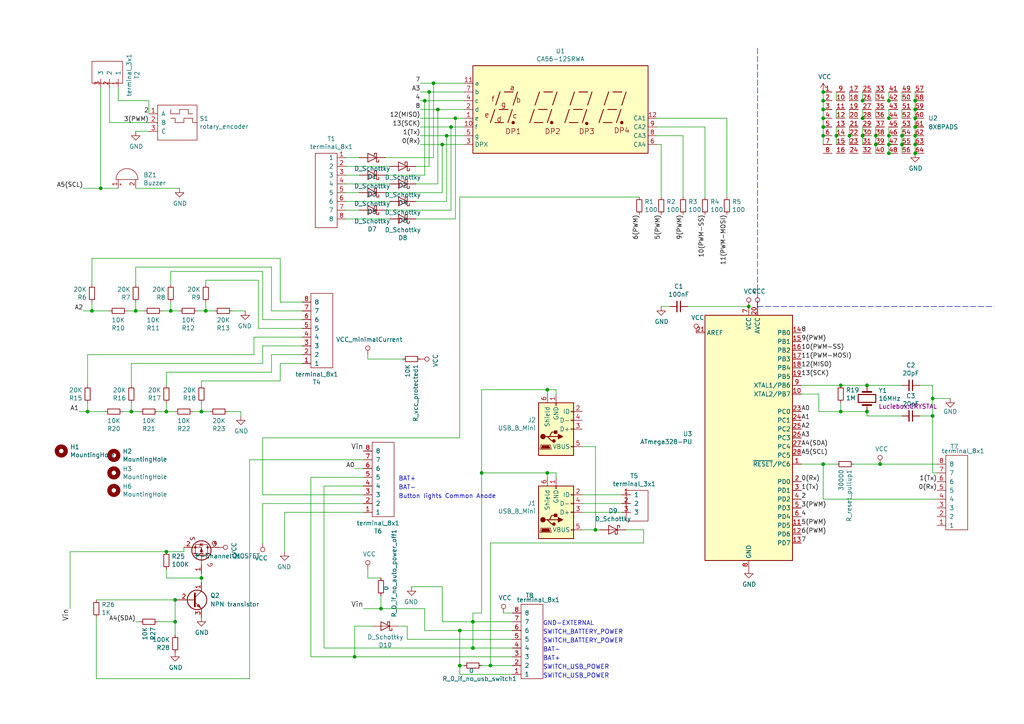
<source format=kicad_sch>
(kicad_sch (version 20211123) (generator eeschema)
  (paper "A4")
  (junction (at 255.27 134.62))
  (junction (at 133.35 193.04))
  (junction (at 238.76 34.29))
  (junction (at 250.19 34.29))
  (junction (at 128.27 41.91))
  (junction (at 246.38 39.37))
  (junction (at 39.37 90.17))
  (junction (at 265.43 31.75))
  (junction (at 265.43 36.83))
  (junction (at 270.51 115.57))
  (junction (at 124.46 26.67))
  (junction (at 158.75 113.03))
  (junction (at 29.21 54.61))
  (junction (at 25.4 119.38))
  (junction (at 254 41.91))
  (junction (at 38.1 119.38))
  (junction (at 133.35 182.88))
  (junction (at 102.87 190.5))
  (junction (at 238.76 26.67))
  (junction (at 50.8 180.34))
  (junction (at 58.42 167.64))
  (junction (at 125.73 24.13))
  (junction (at 265.43 34.29))
  (junction (at 127 31.75))
  (junction (at 59.69 90.17))
  (junction (at 265.43 39.37))
  (junction (at 257.81 39.37))
  (junction (at 257.81 29.21))
  (junction (at 257.81 44.45))
  (junction (at 250.19 29.21))
  (junction (at 139.7 137.16))
  (junction (at 250.19 39.37))
  (junction (at 49.53 90.17))
  (junction (at 137.16 180.34))
  (junction (at 270.51 120.65))
  (junction (at 238.76 134.62))
  (junction (at 123.19 29.21))
  (junction (at 251.46 111.76))
  (junction (at 265.43 29.21))
  (junction (at 217.17 88.9))
  (junction (at 265.43 41.91))
  (junction (at 110.49 176.53))
  (junction (at 142.24 193.04))
  (junction (at 261.62 39.37))
  (junction (at 243.84 119.38))
  (junction (at 50.8 173.99))
  (junction (at 238.76 36.83))
  (junction (at 242.57 39.37))
  (junction (at 257.81 41.91))
  (junction (at 254 39.37))
  (junction (at 58.42 119.38))
  (junction (at 243.84 111.76))
  (junction (at 48.26 119.38))
  (junction (at 257.81 34.29))
  (junction (at 129.54 39.37))
  (junction (at 26.67 90.17))
  (junction (at 132.08 34.29))
  (junction (at 251.46 119.38))
  (junction (at 265.43 44.45))
  (junction (at 261.62 41.91))
  (junction (at 130.81 36.83))
  (junction (at 238.76 31.75))
  (junction (at 48.26 160.02))
  (junction (at 172.72 153.67))
  (junction (at 158.75 137.16))
  (junction (at 238.76 29.21))
  (junction (at 137.16 187.96))
  (junction (at 238.76 39.37))
  (wire (pts (xy 257.81 31.75) (xy 257.81 34.29)))
  (wire (pts (xy 130.81 60.96) (xy 130.81 36.83)))
  (wire (pts (xy 123.19 29.21) (xy 134.62 29.21)))
  (wire (pts (xy 186.69 153.67) (xy 186.69 157.48)))
  (wire (pts (xy 237.49 119.38) (xy 243.84 119.38)))
  (wire (pts (xy 133.35 195.58) (xy 133.35 193.04)))
  (wire (pts (xy 26.67 74.93) (xy 26.67 82.55)))
  (wire (pts (xy 48.26 160.02) (xy 53.34 160.02)))
  (wire (pts (xy 125.73 24.13) (xy 134.62 24.13)))
  (wire (pts (xy 76.2 146.05) (xy 105.41 146.05)))
  (wire (pts (xy 238.76 34.29) (xy 238.76 36.83)))
  (wire (pts (xy 102.87 190.5) (xy 102.87 181.61)))
  (wire (pts (xy 158.75 137.16) (xy 158.75 138.43)))
  (wire (pts (xy 24.13 54.61) (xy 29.21 54.61)))
  (wire (pts (xy 132.08 63.5) (xy 132.08 34.29)))
  (wire (pts (xy 168.91 153.67) (xy 172.72 153.67)))
  (wire (pts (xy 265.43 41.91) (xy 265.43 44.45)))
  (wire (pts (xy 168.91 129.54) (xy 172.72 129.54)))
  (wire (pts (xy 110.49 176.53) (xy 123.19 176.53)))
  (wire (pts (xy 119.38 170.18) (xy 128.27 170.18)))
  (wire (pts (xy 87.63 100.33) (xy 76.2 100.33)))
  (wire (pts (xy 237.49 114.3) (xy 232.41 114.3)))
  (wire (pts (xy 242.57 134.62) (xy 238.76 134.62)))
  (wire (pts (xy 137.16 187.96) (xy 148.59 187.96)))
  (wire (pts (xy 50.8 173.99) (xy 50.8 180.34)))
  (wire (pts (xy 58.42 167.64) (xy 58.42 168.91)))
  (wire (pts (xy 93.98 187.96) (xy 93.98 140.97)))
  (wire (pts (xy 62.23 90.17) (xy 59.69 90.17)))
  (wire (pts (xy 82.55 148.59) (xy 82.55 160.02)))
  (wire (pts (xy 134.62 193.04) (xy 133.35 193.04)))
  (wire (pts (xy 69.85 119.38) (xy 69.85 120.65)))
  (wire (pts (xy 45.72 180.34) (xy 50.8 180.34)))
  (wire (pts (xy 102.87 181.61) (xy 107.95 181.61)))
  (wire (pts (xy 128.27 55.88) (xy 128.27 41.91)))
  (wire (pts (xy 127 53.34) (xy 120.65 53.34)))
  (wire (pts (xy 246.38 39.37) (xy 246.38 41.91)))
  (wire (pts (xy 100.33 48.26) (xy 113.03 48.26)))
  (wire (pts (xy 190.5 39.37) (xy 198.12 39.37)))
  (wire (pts (xy 161.29 113.03) (xy 161.29 114.3)))
  (wire (pts (xy 265.43 39.37) (xy 265.43 41.91)))
  (wire (pts (xy 25.4 119.38) (xy 25.4 116.84)))
  (wire (pts (xy 48.26 107.95) (xy 48.26 111.76)))
  (wire (pts (xy 270.51 111.76) (xy 270.51 115.57)))
  (wire (pts (xy 24.13 90.17) (xy 26.67 90.17)))
  (wire (pts (xy 254 41.91) (xy 254 44.45)))
  (wire (pts (xy 270.51 137.16) (xy 271.78 137.16)))
  (wire (pts (xy 190.5 41.91) (xy 191.77 41.91)))
  (wire (pts (xy 199.39 88.9) (xy 217.17 88.9)))
  (wire (pts (xy 254 26.67) (xy 254 29.21)))
  (wire (pts (xy 49.53 78.74) (xy 49.53 82.55)))
  (wire (pts (xy 250.19 34.29) (xy 250.19 34.3193)))
  (wire (pts (xy 137.16 180.34) (xy 137.16 177.8)))
  (wire (pts (xy 265.43 29.21) (xy 265.43 31.75)))
  (wire (pts (xy 243.84 116.84) (xy 243.84 119.38)))
  (wire (pts (xy 36.83 90.17) (xy 39.37 90.17)))
  (wire (pts (xy 76.2 143.51) (xy 105.41 143.51)))
  (wire (pts (xy 110.49 167.64) (xy 106.68 167.64)))
  (wire (pts (xy 87.63 87.63) (xy 81.28 87.63)))
  (wire (pts (xy 40.64 119.38) (xy 38.1 119.38)))
  (wire (pts (xy 242.57 26.67) (xy 242.57 29.21)))
  (wire (pts (xy 257.81 29.21) (xy 257.81 29.357)))
  (wire (pts (xy 105.41 176.53) (xy 110.49 176.53)))
  (wire (pts (xy 271.78 144.78) (xy 238.76 144.78)))
  (wire (pts (xy 78.74 90.17) (xy 87.63 90.17)))
  (wire (pts (xy 100.33 50.8) (xy 104.14 50.8)))
  (wire (pts (xy 261.62 39.37) (xy 261.62 41.91)))
  (wire (pts (xy 127 31.75) (xy 127 53.34)))
  (wire (pts (xy 148.59 180.34) (xy 137.16 180.34)))
  (wire (pts (xy 39.37 77.47) (xy 78.74 77.47)))
  (wire (pts (xy 168.91 143.51) (xy 180.34 143.51)))
  (wire (pts (xy 270.51 120.65) (xy 270.51 137.16)))
  (wire (pts (xy 58.42 110.49) (xy 58.42 111.76)))
  (wire (pts (xy 242.57 31.75) (xy 242.57 34.29)))
  (wire (pts (xy 74.93 81.28) (xy 59.69 81.28)))
  (wire (pts (xy 35.56 119.38) (xy 38.1 119.38)))
  (wire (pts (xy 118.11 181.61) (xy 118.11 185.42)))
  (wire (pts (xy 242.57 36.83) (xy 242.57 39.37)))
  (wire (pts (xy 242.57 39.37) (xy 242.57 41.91)))
  (wire (pts (xy 210.82 34.29) (xy 210.82 57.15)))
  (wire (pts (xy 78.74 77.47) (xy 78.74 90.17)))
  (wire (pts (xy 59.69 81.28) (xy 59.69 82.55)))
  (wire (pts (xy 50.8 180.34) (xy 50.8 184.15)))
  (wire (pts (xy 73.66 97.79) (xy 73.66 102.87)))
  (wire (pts (xy 31.75 90.17) (xy 26.67 90.17)))
  (wire (pts (xy 90.17 138.43) (xy 90.17 190.5)))
  (wire (pts (xy 81.28 87.63) (xy 81.28 74.93)))
  (wire (pts (xy 30.48 119.38) (xy 25.4 119.38)))
  (wire (pts (xy 158.75 113.03) (xy 161.29 113.03)))
  (wire (pts (xy 102.87 135.89) (xy 105.41 135.89)))
  (wire (pts (xy 120.65 63.5) (xy 132.08 63.5)))
  (wire (pts (xy 52.07 90.17) (xy 49.53 90.17)))
  (wire (pts (xy 172.72 153.67) (xy 173.99 153.67)))
  (wire (pts (xy 93.98 187.96) (xy 137.16 187.96)))
  (wire (pts (xy 90.17 138.43) (xy 105.41 138.43)))
  (wire (pts (xy 48.26 119.38) (xy 48.26 116.84)))
  (wire (pts (xy 25.4 102.87) (xy 25.4 111.76)))
  (wire (pts (xy 251.46 120.65) (xy 251.46 119.38)))
  (wire (pts (xy 72.39 196.85) (xy 27.94 196.85)))
  (wire (pts (xy 148.59 195.58) (xy 133.35 195.58)))
  (wire (pts (xy 186.69 153.67) (xy 181.61 153.67)))
  (wire (pts (xy 93.98 140.97) (xy 105.41 140.97)))
  (wire (pts (xy 100.33 53.34) (xy 113.03 53.34)))
  (wire (pts (xy 142.24 193.04) (xy 148.59 193.04)))
  (wire (pts (xy 139.7 193.04) (xy 142.24 193.04)))
  (wire (pts (xy 110.49 172.72) (xy 110.49 176.53)))
  (wire (pts (xy 38.1 105.41) (xy 38.1 111.76)))
  (wire (pts (xy 254 36.83) (xy 254 39.37)))
  (wire (pts (xy 261.62 120.65) (xy 251.46 120.65)))
  (wire (pts (xy 270.51 120.65) (xy 266.7 120.65)))
  (wire (pts (xy 261.62 36.83) (xy 261.62 39.37)))
  (wire (pts (xy 137.16 180.34) (xy 137.16 187.96)))
  (wire (pts (xy 257.81 34.29) (xy 257.81 34.437)))
  (wire (pts (xy 261.62 41.91) (xy 261.62 44.45)))
  (wire (pts (xy 251.46 119.38) (xy 243.84 119.38)))
  (wire (pts (xy 90.17 190.5) (xy 102.87 190.5)))
  (wire (pts (xy 133.35 182.88) (xy 148.59 182.88)))
  (wire (pts (xy 190.5 36.83) (xy 204.47 36.83)))
  (wire (pts (xy 238.76 39.37) (xy 238.76 41.91)))
  (wire (pts (xy 257.81 26.67) (xy 257.81 29.21)))
  (wire (pts (xy 87.63 102.87) (xy 78.74 102.87)))
  (wire (pts (xy 50.8 119.38) (xy 48.26 119.38)))
  (wire (pts (xy 121.92 29.21) (xy 123.19 29.21)))
  (wire (pts (xy 168.91 148.59) (xy 180.34 148.59)))
  (wire (pts (xy 66.04 119.38) (xy 69.85 119.38)))
  (wire (pts (xy 261.62 31.75) (xy 261.62 34.29)))
  (wire (pts (xy 190.5 34.29) (xy 210.82 34.29)))
  (wire (pts (xy 238.76 144.78) (xy 238.76 134.62)))
  (wire (pts (xy 250.19 44.45) (xy 250.19 44.4793)))
  (wire (pts (xy 120.65 58.42) (xy 129.54 58.42)))
  (wire (pts (xy 250.19 26.67) (xy 250.19 29.21)))
  (wire (pts (xy 125.73 24.13) (xy 125.73 45.72)))
  (wire (pts (xy 49.53 90.17) (xy 49.53 87.63)))
  (wire (pts (xy 270.51 115.57) (xy 270.51 120.65)))
  (wire (pts (xy 161.29 137.16) (xy 161.29 138.43)))
  (wire (pts (xy 20.32 160.02) (xy 20.32 176.53)))
  (wire (pts (xy 265.43 26.67) (xy 265.43 29.21)))
  (wire (pts (xy 251.46 111.76) (xy 261.62 111.76)))
  (wire (pts (xy 100.33 60.96) (xy 104.14 60.96)))
  (wire (pts (xy 238.76 29.21) (xy 238.76 31.75)))
  (wire (pts (xy 106.68 104.14) (xy 106.68 102.87)))
  (wire (pts (xy 132.08 34.29) (xy 134.62 34.29)))
  (wire (pts (xy 22.86 119.38) (xy 25.4 119.38)))
  (wire (pts (xy 60.96 119.38) (xy 58.42 119.38)))
  (wire (pts (xy 57.15 90.17) (xy 59.69 90.17)))
  (wire (pts (xy 257.81 39.37) (xy 257.81 41.91)))
  (wire (pts (xy 127 31.75) (xy 134.62 31.75)))
  (wire (pts (xy 265.43 34.29) (xy 265.43 36.83)))
  (wire (pts (xy 38.1 119.38) (xy 38.1 116.84)))
  (wire (pts (xy 27.94 173.99) (xy 50.8 173.99)))
  (wire (pts (xy 76.2 146.05) (xy 76.2 157.48)))
  (wire (pts (xy 123.19 29.21) (xy 123.19 50.8)))
  (wire (pts (xy 130.81 36.83) (xy 134.62 36.83)))
  (wire (pts (xy 48.26 160.02) (xy 20.32 160.02)))
  (wire (pts (xy 257.81 44.45) (xy 257.81 44.597)))
  (wire (pts (xy 53.34 158.75) (xy 53.34 160.02)))
  (wire (pts (xy 48.26 165.1) (xy 48.26 167.64)))
  (wire (pts (xy 29.21 54.61) (xy 34.29 54.61)))
  (wire (pts (xy 123.19 50.8) (xy 111.76 50.8)))
  (wire (pts (xy 76.2 78.74) (xy 49.53 78.74)))
  (wire (pts (xy 257.81 41.91) (xy 257.81 44.45)))
  (wire (pts (xy 250.19 39.37) (xy 250.19 41.91)))
  (wire (pts (xy 246.38 36.83) (xy 246.38 39.37)))
  (wire (pts (xy 246.38 31.75) (xy 246.38 34.29)))
  (wire (pts (xy 250.19 36.83) (xy 250.19 39.37)))
  (wire (pts (xy 243.84 111.76) (xy 251.46 111.76)))
  (wire (pts (xy 254 39.37) (xy 254 41.91)))
  (wire (pts (xy 78.74 107.95) (xy 48.26 107.95)))
  (wire (pts (xy 124.46 48.26) (xy 120.65 48.26)))
  (wire (pts (xy 142.24 157.48) (xy 142.24 193.04)))
  (wire (pts (xy 250.19 31.75) (xy 250.19 34.29)))
  (wire (pts (xy 247.65 134.62) (xy 255.27 134.62)))
  (wire (pts (xy 43.18 35.56) (xy 31.75 35.56)))
  (wire (pts (xy 123.19 176.53) (xy 123.19 182.88)))
  (wire (pts (xy 238.76 31.75) (xy 238.76 34.29)))
  (wire (pts (xy 111.76 60.96) (xy 130.81 60.96)))
  (wire (pts (xy 100.33 58.42) (xy 113.03 58.42)))
  (wire (pts (xy 74.93 95.25) (xy 74.93 81.28)))
  (wire (pts (xy 105.41 133.35) (xy 72.39 133.35)))
  (wire (pts (xy 115.57 181.61) (xy 118.11 181.61)))
  (wire (pts (xy 26.67 90.17) (xy 26.67 87.63)))
  (wire (pts (xy 39.37 180.34) (xy 40.64 180.34)))
  (wire (pts (xy 121.92 24.13) (xy 125.73 24.13)))
  (wire (pts (xy 121.92 34.29) (xy 132.08 34.29)))
  (polyline (pts (xy 219.71 13.97) (xy 219.71 88.9)))
  (wire (pts (xy 133.35 57.15) (xy 133.35 127)))
  (wire (pts (xy 81.28 74.93) (xy 26.67 74.93)))
  (wire (pts (xy 87.63 95.25) (xy 74.93 95.25)))
  (wire (pts (xy 76.2 105.41) (xy 38.1 105.41)))
  (wire (pts (xy 39.37 90.17) (xy 39.37 87.63)))
  (wire (pts (xy 87.63 92.71) (xy 76.2 92.71)))
  (wire (pts (xy 250.19 29.21) (xy 250.19 29.2393)))
  (wire (pts (xy 31.75 25.4) (xy 31.75 35.56)))
  (wire (pts (xy 100.33 63.5) (xy 113.03 63.5)))
  (wire (pts (xy 137.16 177.8) (xy 139.7 177.8)))
  (wire (pts (xy 133.35 193.04) (xy 133.35 182.88)))
  (wire (pts (xy 27.94 179.07) (xy 27.94 196.85)))
  (wire (pts (xy 133.35 127) (xy 76.2 127)))
  (wire (pts (xy 124.46 26.67) (xy 134.62 26.67)))
  (wire (pts (xy 121.92 41.91) (xy 128.27 41.91)))
  (wire (pts (xy 238.76 134.62) (xy 232.41 134.62)))
  (wire (pts (xy 191.77 41.91) (xy 191.77 57.15)))
  (wire (pts (xy 158.75 137.16) (xy 161.29 137.16)))
  (wire (pts (xy 87.63 97.79) (xy 73.66 97.79)))
  (wire (pts (xy 72.39 133.35) (xy 72.39 196.85)))
  (wire (pts (xy 139.7 137.16) (xy 139.7 177.8)))
  (wire (pts (xy 139.7 137.16) (xy 158.75 137.16)))
  (wire (pts (xy 146.05 177.8) (xy 148.59 177.8)))
  (wire (pts (xy 121.92 31.75) (xy 127 31.75)))
  (wire (pts (xy 125.73 45.72) (xy 111.76 45.72)))
  (wire (pts (xy 29.21 25.4) (xy 29.21 54.61)))
  (wire (pts (xy 266.7 111.76) (xy 270.51 111.76)))
  (wire (pts (xy 34.29 29.21) (xy 34.29 25.4)))
  (wire (pts (xy 237.49 119.38) (xy 237.49 114.3)))
  (wire (pts (xy 128.27 170.18) (xy 128.27 180.34)))
  (wire (pts (xy 81.28 105.41) (xy 81.28 110.49)))
  (wire (pts (xy 261.62 26.67) (xy 261.62 29.21)))
  (wire (pts (xy 76.2 92.71) (xy 76.2 78.74)))
  (wire (pts (xy 100.33 55.88) (xy 104.14 55.88)))
  (wire (pts (xy 67.31 90.17) (xy 71.12 90.17)))
  (wire (pts (xy 121.92 36.83) (xy 130.81 36.83)))
  (wire (pts (xy 158.75 113.03) (xy 158.75 114.3)))
  (wire (pts (xy 265.43 31.75) (xy 265.43 34.29)))
  (wire (pts (xy 232.41 111.76) (xy 243.84 111.76)))
  (wire (pts (xy 59.69 90.17) (xy 59.69 87.63)))
  (wire (pts (xy 43.18 33.02) (xy 43.18 29.21)))
  (wire (pts (xy 106.68 167.64) (xy 106.68 165.1)))
  (wire (pts (xy 78.74 102.87) (xy 78.74 107.95)))
  (wire (pts (xy 139.7 113.03) (xy 139.7 137.16)))
  (wire (pts (xy 111.76 55.88) (xy 128.27 55.88)))
  (wire (pts (xy 55.88 119.38) (xy 58.42 119.38)))
  (wire (pts (xy 128.27 180.34) (xy 137.16 180.34)))
  (wire (pts (xy 204.47 36.83) (xy 204.47 57.15)))
  (wire (pts (xy 265.43 36.83) (xy 265.43 39.37)))
  (wire (pts (xy 39.37 54.61) (xy 52.07 54.61)))
  (wire (pts (xy 82.55 148.59) (xy 105.41 148.59)))
  (wire (pts (xy 254 31.75) (xy 254 34.29)))
  (wire (pts (xy 121.92 26.67) (xy 124.46 26.67)))
  (wire (pts (xy 246.38 26.67) (xy 246.38 29.21)))
  (wire (pts (xy 121.92 39.37) (xy 129.54 39.37)))
  (wire (pts (xy 39.37 38.1) (xy 43.18 38.1)))
  (polyline (pts (xy 219.71 88.9) (xy 288.29 88.9)))
  (wire (pts (xy 39.37 82.55) (xy 39.37 77.47)))
  (wire (pts (xy 238.76 36.83) (xy 238.76 39.37)))
  (wire (pts (xy 41.91 90.17) (xy 39.37 90.17)))
  (wire (pts (xy 45.72 119.38) (xy 48.26 119.38)))
  (wire (pts (xy 116.84 104.14) (xy 106.68 104.14)))
  (wire (pts (xy 43.18 29.21) (xy 34.29 29.21)))
  (wire (pts (xy 100.33 45.72) (xy 104.14 45.72)))
  (wire (pts (xy 76.2 100.33) (xy 76.2 105.41)))
  (wire (pts (xy 124.46 26.67) (xy 124.46 48.26)))
  (wire (pts (xy 142.24 157.48) (xy 186.69 157.48)))
  (wire (pts (xy 46.99 90.17) (xy 49.53 90.17)))
  (wire (pts (xy 129.54 39.37) (xy 134.62 39.37)))
  (wire (pts (xy 123.19 182.88) (xy 133.35 182.88)))
  (wire (pts (xy 191.77 88.9) (xy 194.31 88.9)))
  (wire (pts (xy 198.12 39.37) (xy 198.12 57.15)))
  (wire (pts (xy 133.35 57.15) (xy 185.42 57.15)))
  (wire (pts (xy 129.54 58.42) (xy 129.54 39.37)))
  (wire (pts (xy 48.26 167.64) (xy 58.42 167.64)))
  (wire (pts (xy 275.59 115.57) (xy 270.51 115.57)))
  (wire (pts (xy 58.42 119.38) (xy 58.42 116.84)))
  (wire (pts (xy 87.63 105.41) (xy 81.28 105.41)))
  (wire (pts (xy 238.76 26.67) (xy 238.76 29.21)))
  (wire (pts (xy 118.11 185.42) (xy 148.59 185.42)))
  (wire (pts (xy 257.81 36.83) (xy 257.81 39.37)))
  (wire (pts (xy 81.28 110.49) (xy 58.42 110.49)))
  (wire (pts (xy 58.42 166.37) (xy 58.42 167.64)))
  (wire (pts (xy 73.66 102.87) (xy 25.4 102.87)))
  (wire (pts (xy 76.2 127) (xy 76.2 143.51)))
  (wire (pts (xy 128.27 41.91) (xy 134.62 41.91)))
  (wire (pts (xy 168.91 146.05) (xy 180.34 146.05)))
  (wire (pts (xy 102.87 190.5) (xy 148.59 190.5)))
  (wire (pts (xy 271.78 134.62) (xy 255.27 134.62)))
  (wire (pts (xy 172.72 129.54) (xy 172.72 153.67)))
  (wire (pts (xy 139.7 113.03) (xy 158.75 113.03)))
  (text "GND-EXTERNAL" (at 157.48 181.61 0) (effects (font (size 1.27 1.27)) (justify left bottom)))
  (text "BAT-" (at 157.48 189.23 0) (effects (font (size 1.27 1.27)) (justify left bottom)))
  (text "BAT+" (at 157.48 191.77 0) (effects (font (size 1.27 1.27)) (justify left bottom)))
  (text "SWITCH_BATTERY_POWER" (at 157.48 184.15 0) (effects (font (size 1.27 1.27)) (justify left bottom)))
  (text "SWITCH_USB_POWER" (at 157.48 194.31 0) (effects (font (size 1.27 1.27)) (justify left bottom)))
  (text "BAT-" (at 115.57 142.24 0) (effects (font (size 1.27 1.27)) (justify left bottom)))
  (text "SWITCH_BATTERY_POWER" (at 157.48 186.69 0) (effects (font (size 1.27 1.27)) (justify left bottom)))
  (text "SWITCH_USB_POWER" (at 157.48 196.85 0) (effects (font (size 1.27 1.27)) (justify left bottom)))
  (text "BAT+" (at 115.57 139.7 0) (effects (font (size 1.27 1.27)) (justify left bottom)))
  (text "Button lights Common Anode" (at 115.57 144.78 0) (effects (font (size 1.27 1.27)) (justify left bottom)))
  (label "0(Rx)" (at 232.41 139.7 0))
  (label "A5(SCL)" (at 232.41 132.08 0))
  (label "11(PWM-MOSI)" (at 210.82 62.23 270))
  (label "11(PWM-MOSI)" (at 232.41 104.14 0))
  (label "1(Tx)" (at 121.92 39.37 180))
  (label "10(PWM-SS)" (at 232.41 101.6 0))
  (label "A0" (at 232.41 119.38 0))
  (label "3(PWM)" (at 232.41 147.32 0))
  (label "2" (at 232.41 144.78 0))
  (label "6(PWM)" (at 232.41 154.94 0))
  (label "1(Tx)" (at 232.41 142.24 0))
  (label "12(MISO)" (at 232.41 106.68 0))
  (label "A2" (at 24.13 90.17 180))
  (label "8" (at 232.41 96.52 0))
  (label "0(Rx)" (at 121.92 41.91 180))
  (label "4" (at 121.92 29.21 180))
  (label "A0" (at 102.87 135.89 180))
  (label "9(PWM)" (at 232.41 99.06 0))
  (label "A1" (at 22.86 119.38 180))
  (label "5(PWM)" (at 191.77 62.23 270))
  (label "5(PWM)" (at 232.41 152.4 0))
  (label "Vin" (at 20.32 176.53 270) (effects (font (size 1.524 1.524))))
  (label "A5(SCL)" (at 24.13 54.61 180))
  (label "2" (at 43.18 33.02 180))
  (label "A1" (at 232.41 121.92 0))
  (label "8" (at 121.92 31.75 180))
  (label "A4(SDA)" (at 39.37 180.34 180))
  (label "Vin" (at 105.41 176.53 180) (effects (font (size 1.524 1.524))))
  (label "A4(SDA)" (at 232.41 129.54 0))
  (label "A2" (at 232.41 124.46 0))
  (label "7" (at 121.92 24.13 180))
  (label "1(Tx)" (at 271.78 139.7 180))
  (label "Vin" (at 105.41 130.81 180) (effects (font (size 1.524 1.524))))
  (label "13(SCK)" (at 121.92 36.83 180))
  (label "9(PWM)" (at 198.12 62.23 270))
  (label "7" (at 232.41 157.48 0))
  (label "A3" (at 121.92 26.67 180))
  (label "13(SCK)" (at 232.41 109.22 0))
  (label "3(PWM)" (at 43.18 35.56 180))
  (label "A3" (at 232.41 127 0))
  (label "12(MISO)" (at 121.92 34.29 180))
  (label "0(Rx)" (at 271.78 142.24 180))
  (label "4" (at 232.41 149.86 0))
  (label "10(PWM-SS)" (at 204.47 62.23 270))
  (label "6(PWM)" (at 185.42 62.23 270))
  (symbol (lib_id "Luciebox_components:R_Small-Device") (at 245.11 134.62 270) (unit 1)
    (property "Reference" "R_reset_pullup1" (at 246.2784 136.1186 0) (effects (justify left)))
    (property "Value" "30000" (at 243.967 136.1186 0) (effects (justify left)))
    (property "Footprint" "Luciebox:0603_1608Metric" (effects hide))
  )
  (symbol (lib_id "Luciebox_components:R_Small-Device") (at 191.77 59.69 0) (unit 1)
    (property "Reference" "R2" (at 193.2686 58.5216 0) (effects (justify left)))
    (property "Value" "100" (at 193.2686 60.833 0) (effects (justify left)))
    (property "Footprint" "Luciebox:0603_1608Metric" (effects hide))
  )
  (symbol (lib_id "Luciebox_components:D_Schottky") (at 116.84 63.5 180) (unit 1)
    (property "Reference" "D8" (at 116.84 68.9864 0))
    (property "Value" "D_Schottky" (at 116.84 66.675 0))
    (property "Footprint" "Luciebox:D_SMA" (effects hide))
  )
  (symbol (lib_id "Luciebox_components:R_Small-Device") (at 27.94 176.53 0) (unit 1)
    (property "Reference" "R26" (at 29.4386 175.3616 0) (effects (justify left)))
    (property "Value" "1K" (at 29.4386 177.673 0) (effects (justify left)))
    (property "Footprint" "Luciebox:0603_1608Metric" (effects hide))
  )
  (symbol (lib_id "Luciebox_components:VCC-power") (at 219.71 88.9 0) (unit 1)
    (property "Reference" "#PWR09" (effects hide))
    (property "Value" "VCC" (at 220.1418 84.5058 0))
  )
  (symbol (lib_id "Luciebox_components:R_Small-Device") (at 204.47 59.69 0) (unit 1)
    (property "Reference" "R4" (at 205.9686 58.5216 0) (effects (justify left)))
    (property "Value" "100" (at 205.9686 60.833 0) (effects (justify left)))
    (property "Footprint" "Luciebox:0603_1608Metric" (effects hide))
  )
  (symbol (lib_id "Luciebox_components:MountingHole") (at 33.02 132.08 0) (unit 1)
    (property "Reference" "H2" (at 35.56 130.9116 0) (effects (justify left)))
    (property "Value" "MountingHole" (at 35.56 133.223 0) (effects (justify left)))
    (property "Footprint" "Luciebox:MountingHole_4.3mm_M4" (effects hide))
  )
  (symbol (lib_id "Luciebox_components:C_Small-Device") (at 264.16 120.65 270) (unit 1)
    (property "Reference" "C3" (at 264.16 114.8334 90))
    (property "Value" "20pF" (at 264.16 117.1448 90))
    (property "Footprint" "Luciebox:0603_1608Metric" (effects hide))
  )
  (symbol (lib_id "Luciebox_components:terminal_3x1") (at 34.29 24.13 90) (unit 1)
    (property "Reference" "T2" (at 39.751 21.7932 0))
    (property "Value" "terminal_3x1" (at 37.4396 21.7932 0))
    (property "Footprint" "Luciebox:Terminal_3x1_100mil" (effects hide))
  )
  (symbol (lib_id "Luciebox_components:VCC-power") (at 146.05 177.8 0) (unit 1)
    (property "Reference" "#PWR024" (effects hide))
    (property "Value" "VCC" (at 146.4818 173.4058 0))
  )
  (symbol (lib_id "Luciebox_components:NPN transistor") (at 55.88 173.99 0) (unit 1)
    (property "Reference" "Q2" (at 60.96 172.7199 0) (effects (justify left)))
    (property "Value" "NPN transistor" (at 60.96 175.2599 0) (effects (justify left)))
    (property "Footprint" "Luciebox:SOT-23" (effects hide))
  )
  (symbol (lib_id "Luciebox_components:VCC-power") (at 255.27 134.62 0) (unit 1)
    (property "Reference" "#PWR017" (effects hide))
    (property "Value" "VCC" (at 255.7018 130.2258 0))
  )
  (symbol (lib_id "Luciebox_components:USB_B_Mini") (at 161.29 124.46 0) (mirror x) (unit 1)
    (property "Reference" "J2" (at 155.448 121.8438 0) (effects (justify right)))
    (property "Value" "USB_B_Mini" (at 155.448 124.1552 0) (effects (justify right)))
    (property "Footprint" "Luciebox:usb_mini_Molex-0548190519" (effects hide))
  )
  (symbol (lib_id "Luciebox_components:terminal_8x1") (at 88.9 105.41 0) (unit 1)
    (property "Reference" "T4" (at 91.8718 110.871 0))
    (property "Value" "terminal_8x1" (at 91.8718 108.5596 0))
    (property "Footprint" "Luciebox:Terminal_8x1_100mil" (effects hide))
  )
  (symbol (lib_id "Luciebox_components:GND-power") (at 39.37 38.1 0) (unit 1)
    (property "Reference" "#PWR03" (effects hide))
    (property "Value" "GND" (at 39.497 42.4942 0))
  )
  (symbol (lib_id "Luciebox_components:R_Small-Device") (at 137.16 193.04 270) (unit 1)
    (property "Reference" "R_0_if_no_usb_switch1" (at 128.27 196.85 90) (effects (justify left)))
    (property "Value" "0" (at 136.017 194.5386 90) (effects (justify left)))
    (property "Footprint" "Luciebox:0603_1608Metric" (effects hide))
  )
  (symbol (lib_id "Luciebox_components:4digit_7segments_common_anode_CA56-12SRWA") (at 162.56 31.75 0) (unit 1)
    (property "Reference" "U1" (at 162.56 14.8082 0))
    (property "Value" "CA56-12SRWA" (at 162.56 17.1196 0))
    (property "Footprint" "Luciebox:CA56-12SRWA" (effects hide))
    (property "Datasheet" "http://www.kingbrightusa.com/images/catalog/SPEC/CA56-12SRWA.pdf" (effects hide))
  )
  (symbol (lib_id "Luciebox_components:D_Schottky") (at 116.84 58.42 180) (unit 1)
    (property "Reference" "D6" (at 116.84 63.9064 0))
    (property "Value" "D_Schottky" (at 116.84 61.595 0))
    (property "Footprint" "Luciebox:D_SMA" (effects hide))
  )
  (symbol (lib_id "Luciebox_components:VCC-power") (at 217.17 88.9 0) (unit 1)
    (property "Reference" "#PWR08" (effects hide))
    (property "Value" "VCC" (at 217.6018 84.5058 0))
  )
  (symbol (lib_id "Luciebox_components:VCC-power") (at 76.2 157.48 180) (unit 1)
    (property "Reference" "#PWR018" (effects hide))
    (property "Value" "VCC" (at 75.7682 161.8742 0))
  )
  (symbol (lib_id "Luciebox_components:R_Small-Device") (at 50.8 186.69 180) (unit 1)
    (property "Reference" "R28" (at 49.3014 187.8584 0) (effects (justify left)))
    (property "Value" "100K" (at 49.3014 185.547 0) (effects (justify left)))
    (property "Footprint" "Luciebox:0603_1608Metric" (effects hide))
  )
  (symbol (lib_id "Luciebox_components:GND-power") (at 82.55 160.02 0) (mirror y) (unit 1)
    (property "Reference" "#PWR020" (effects hide))
    (property "Value" "GND" (at 82.423 164.4142 0))
  )
  (symbol (lib_id "Luciebox_components:MountingHole") (at 33.02 137.16 0) (unit 1)
    (property "Reference" "H3" (at 35.56 135.9916 0) (effects (justify left)))
    (property "Value" "MountingHole" (at 35.56 138.303 0) (effects (justify left)))
    (property "Footprint" "Luciebox:MountingHole_4.3mm_M4" (effects hide))
  )
  (symbol (lib_id "Luciebox_components:R_Small") (at 48.26 114.3 180) (unit 1)
    (property "Reference" "R17" (at 46.7614 115.4684 0) (effects (justify left)))
    (property "Value" "20K" (at 46.7614 113.157 0) (effects (justify left)))
    (property "Footprint" "Luciebox:0603_1608Metric" (effects hide))
  )
  (symbol (lib_id "Luciebox_components:terminal_8x1") (at 99.06 45.72 180) (unit 1)
    (property "Reference" "T1" (at 96.0882 40.259 0))
    (property "Value" "terminal_8x1" (at 96.0882 42.5704 0))
    (property "Footprint" "Luciebox:Terminal_8x1_100mil" (effects hide))
  )
  (symbol (lib_id "power:GND") (at 69.85 120.65 0) (unit 1)
    (property "Reference" "#PWR016" (effects hide))
    (property "Value" "GND" (at 69.977 125.0442 0))
  )
  (symbol (lib_id "Luciebox_components:R_Small-Device") (at 43.18 180.34 270) (unit 1)
    (property "Reference" "R27" (at 44.3484 181.8386 0) (effects (justify left)))
    (property "Value" "10K" (at 42.037 181.8386 0) (effects (justify left)))
    (property "Footprint" "Luciebox:0603_1608Metric" (effects hide))
  )
  (symbol (lib_id "Luciebox_components:R_Small") (at 59.69 85.09 180) (unit 1)
    (property "Reference" "R9" (at 58.1914 86.2584 0) (effects (justify left)))
    (property "Value" "20K" (at 58.1914 83.947 0) (effects (justify left)))
    (property "Footprint" "Luciebox:0603_1608Metric" (effects hide))
  )
  (symbol (lib_id "Luciebox_components:D_Schottky") (at 116.84 53.34 180) (unit 1)
    (property "Reference" "D4" (at 116.84 58.8264 0))
    (property "Value" "D_Schottky" (at 116.84 56.515 0))
    (property "Footprint" "Luciebox:D_SMA" (effects hide))
  )
  (symbol (lib_id "power:GND") (at 71.12 90.17 0) (mirror y) (unit 1)
    (property "Reference" "#PWR010" (effects hide))
    (property "Value" "GND" (at 70.993 94.5642 0))
  )
  (symbol (lib_id "Luciebox_components:R_Small") (at 53.34 119.38 90) (unit 1)
    (property "Reference" "R22" (at 53.34 124.3584 90))
    (property "Value" "10K" (at 53.34 122.047 90))
    (property "Footprint" "Luciebox:0603_1608Metric" (effects hide))
  )
  (symbol (lib_id "Luciebox_components:R_Small-Device") (at 198.12 59.69 0) (unit 1)
    (property "Reference" "R3" (at 199.6186 58.5216 0) (effects (justify left)))
    (property "Value" "100" (at 199.6186 60.833 0) (effects (justify left)))
    (property "Footprint" "Luciebox:0603_1608Metric" (effects hide))
  )
  (symbol (lib_id "Luciebox_components:R_Small") (at 49.53 85.09 180) (unit 1)
    (property "Reference" "R8" (at 48.0314 86.2584 0) (effects (justify left)))
    (property "Value" "20K" (at 48.0314 83.947 0) (effects (justify left)))
    (property "Footprint" "Luciebox:0603_1608Metric" (effects hide))
  )
  (symbol (lib_id "Luciebox_components:VCC-power") (at 106.68 165.1 0) (unit 1)
    (property "Reference" "#PWR021" (effects hide))
    (property "Value" "VCC" (at 107.1118 160.7058 0))
  )
  (symbol (lib_id "Luciebox_components:R_Small-Device") (at 243.84 114.3 0) (unit 1)
    (property "Reference" "R19" (at 245.3386 113.1316 0) (effects (justify left)))
    (property "Value" "1M" (at 245.3386 115.443 0) (effects (justify left)))
    (property "Footprint" "Luciebox:0603_1608Metric" (effects hide))
  )
  (symbol (lib_id "Luciebox_components:Crystal-Device") (at 251.46 115.57 270) (unit 1)
    (property "Reference" "Y1" (at 254.7874 113.2586 90) (effects (justify left)))
    (property "Value" "16MHz" (at 254.7874 115.57 90) (effects (justify left)))
    (property "Footprint" "Luciebox:CRYSTAL" (at 254.7874 117.8814 90) (effects (justify left)))
  )
  (symbol (lib_id "Luciebox_components:GND-power") (at 191.77 88.9 0) (unit 1)
    (property "Reference" "#PWR07" (effects hide))
    (property "Value" "GND" (at 191.897 93.2942 0))
  )
  (symbol (lib_id "Luciebox_components:GND-power") (at 119.38 170.18 0) (mirror y) (unit 1)
    (property "Reference" "#PWR023" (effects hide))
    (property "Value" "GND" (at 119.253 174.5742 0))
  )
  (symbol (lib_id "Luciebox_components:D_Schottky") (at 116.84 48.26 180) (unit 1)
    (property "Reference" "D2" (at 116.84 53.7464 0))
    (property "Value" "D_Schottky" (at 116.84 51.435 0))
    (property "Footprint" "Luciebox:D_SMA" (effects hide))
  )
  (symbol (lib_id "Luciebox_components:USB_B_Mini") (at 161.29 148.59 0) (mirror x) (unit 1)
    (property "Reference" "J1" (at 155.448 145.9738 0) (effects (justify right)))
    (property "Value" "USB_B_Mini" (at 155.448 148.2852 0) (effects (justify right)))
    (property "Footprint" "Luciebox:usb_mini_Molex-0548190519" (effects hide))
  )
  (symbol (lib_id "power:GND") (at 265.43 44.45 0) (unit 1)
    (property "Reference" "#PWR0101" (effects hide))
    (property "Value" "GND" (at 265.557 48.8442 0))
  )
  (symbol (lib_id "Luciebox_components:C_Small-Device") (at 196.85 88.9 270) (unit 1)
    (property "Reference" "C1" (at 196.85 83.0834 90))
    (property "Value" "100nF" (at 196.85 85.3948 90))
    (property "Footprint" "Luciebox:0603_1608Metric" (effects hide))
  )
  (symbol (lib_id "Luciebox_components:R_Small") (at 64.77 90.17 90) (unit 1)
    (property "Reference" "R13" (at 64.77 95.1484 90))
    (property "Value" "20K" (at 64.77 92.837 90))
    (property "Footprint" "Luciebox:0603_1608Metric" (effects hide))
  )
  (symbol (lib_id "Luciebox_components:terminal_8x1") (at 273.05 152.4 0) (unit 1)
    (property "Reference" "T7" (at 275.59 129.54 0) (effects (justify left)))
    (property "Value" "terminal_8x1" (at 273.05 130.81 0) (effects (justify left)))
    (property "Footprint" "Luciebox:Terminal_8x1_100mil" (effects hide))
  )
  (symbol (lib_id "Luciebox_components:R_Small") (at 43.18 119.38 90) (unit 1)
    (property "Reference" "R21" (at 43.18 124.3584 90))
    (property "Value" "10K" (at 43.18 122.047 90))
    (property "Footprint" "Luciebox:0603_1608Metric" (effects hide))
  )
  (symbol (lib_id "Luciebox_components:GND-power") (at 50.8 189.23 0) (unit 1)
    (property "Reference" "#PWR026" (effects hide))
    (property "Value" "GND" (at 50.927 193.6242 0))
  )
  (symbol (lib_id "Luciebox_components:R_Small") (at 34.29 90.17 90) (unit 1)
    (property "Reference" "R10" (at 34.29 95.1484 90))
    (property "Value" "10K" (at 34.29 92.837 90))
    (property "Footprint" "Luciebox:0603_1608Metric" (effects hide))
  )
  (symbol (lib_id "Luciebox_components:R_Small") (at 63.5 119.38 90) (unit 1)
    (property "Reference" "R23" (at 63.5 124.3584 90))
    (property "Value" "20K" (at 63.5 122.047 90))
    (property "Footprint" "Luciebox:0603_1608Metric" (effects hide))
  )
  (symbol (lib_id "Luciebox_components:R_Small-Device") (at 48.26 162.56 0) (unit 1)
    (property "Reference" "R25" (at 49.7586 161.3916 0) (effects (justify left)))
    (property "Value" "100K" (at 49.7586 163.703 0) (effects (justify left)))
    (property "Footprint" "Luciebox:0603_1608Metric" (effects hide))
  )
  (symbol (lib_id "Luciebox_components:GND-power") (at 52.07 54.61 0) (unit 1)
    (property "Reference" "#PWR01" (effects hide))
    (property "Value" "GND" (at 52.197 59.0042 0))
  )
  (symbol (lib_id "Luciebox_components:D_Schottky") (at 177.8 153.67 0) (mirror y) (unit 1)
    (property "Reference" "D9" (at 177.8 148.1836 0))
    (property "Value" "D_Schottky" (at 177.8 150.495 0))
    (property "Footprint" "Luciebox:D_SMA" (effects hide))
  )
  (symbol (lib_id "Luciebox_components:Buzzer-Device") (at 36.83 52.07 90) (unit 1)
    (property "Reference" "BZ1" (at 41.5798 50.7746 90) (effects (justify right)))
    (property "Value" "Buzzer" (at 41.5798 53.086 90) (effects (justify right)))
    (property "Footprint" "Luciebox:buzzer" (effects hide))
  )
  (symbol (lib_id "Luciebox_components:R_Small") (at 54.61 90.17 90) (unit 1)
    (property "Reference" "R12" (at 54.61 95.1484 90))
    (property "Value" "10K" (at 54.61 92.837 90))
    (property "Footprint" "Luciebox:0603_1608Metric" (effects hide))
  )
  (symbol (lib_id "Luciebox_components:terminal_8x1") (at 149.86 195.58 0) (unit 1)
    (property "Reference" "T8" (at 152.4 172.72 0) (effects (justify left)))
    (property "Value" "terminal_8x1" (at 149.86 173.99 0) (effects (justify left)))
    (property "Footprint" "Luciebox:Terminal_8x1_100mil" (effects hide))
  )
  (symbol (lib_id "Luciebox_components:R_Small") (at 58.42 114.3 180) (unit 1)
    (property "Reference" "R18" (at 56.9214 115.4684 0) (effects (justify left)))
    (property "Value" "20K" (at 56.9214 113.157 0) (effects (justify left)))
    (property "Footprint" "Luciebox:0603_1608Metric" (effects hide))
  )
  (symbol (lib_id "power:VCC") (at 238.76 26.67 0) (unit 1)
    (property "Reference" "#PWR0102" (effects hide))
    (property "Value" "VCC" (at 239.1918 22.2758 0))
  )
  (symbol (lib_id "Luciebox_components:D_Schottky") (at 107.95 60.96 180) (unit 1)
    (property "Reference" "D7" (at 107.95 66.4464 0))
    (property "Value" "D_Schottky" (at 107.95 64.135 0))
    (property "Footprint" "Luciebox:D_SMA" (effects hide))
  )
  (symbol (lib_id "Luciebox_components:R_Small") (at 39.37 85.09 180) (unit 1)
    (property "Reference" "R7" (at 37.8714 86.2584 0) (effects (justify left)))
    (property "Value" "20K" (at 37.8714 83.947 0) (effects (justify left)))
    (property "Footprint" "Luciebox:0603_1608Metric" (effects hide))
  )
  (symbol (lib_id "Luciebox_components:terminal_3x1") (at 181.61 143.51 0) (mirror x) (unit 1)
    (property "Reference" "T5" (at 183.9468 138.049 0))
    (property "Value" "terminal_3x1" (at 183.9468 140.3604 0))
    (property "Footprint" "Luciebox:Terminal_3x1_100mil" (effects hide))
  )
  (symbol (lib_id "Luciebox_components:VCC-power") (at 63.5 158.75 270) (unit 1)
    (property "Reference" "#PWR019" (effects hide))
    (property "Value" "VCC" (at 67.8942 159.1818 0))
  )
  (symbol (lib_id "Luciebox_components:MountingHole") (at 33.02 142.24 0) (unit 1)
    (property "Reference" "H6" (at 35.56 141.0716 0) (effects (justify left)))
    (property "Value" "MountingHole" (at 35.56 143.383 0) (effects (justify left)))
    (property "Footprint" "Luciebox:MountingHole_4.3mm_M4" (effects hide))
  )
  (symbol (lib_id "Luciebox_components:rotary_encoder") (at 44.45 29.21 0) (unit 1)
    (property "Reference" "S1" (at 57.8612 34.3916 0) (effects (justify left)))
    (property "Value" "rotary_encoder" (at 57.8612 36.703 0) (effects (justify left)))
    (property "Footprint" "Luciebox:rotary_encoder" (effects hide))
    (property "Datasheet" "https://www.ttelectronics.com/TTElectronics/media/ProductFiles/Encoders/Datasheets/EN16.pdf" (effects hide))
  )
  (symbol (lib_id "Luciebox_components:ATmega328-PU") (at 217.17 127 0) (unit 1)
    (property "Reference" "U3" (at 200.8124 125.8316 0) (effects (justify right)))
    (property "Value" "ATmega328-PU" (at 200.8124 128.143 0) (effects (justify right)))
    (property "Footprint" "Luciebox:DIP-28_W7.62mm" (effects hide))
    (property "Datasheet" "http://ww1.microchip.com/downloads/en/DeviceDoc/ATmega328_P%20AVR%20MCU%20with%20picoPower%20Technology%20Data%20Sheet%2040001984A.pdf" (effects hide))
  )
  (symbol (lib_id "Luciebox_components:VCC_minimalCurrent") (at 106.68 102.87 0) (unit 1)
    (property "Reference" "#PWR013" (effects hide))
    (property "Value" "VCC_minimalCurrent" (at 107.1118 98.4758 0))
  )
  (symbol (lib_id "Luciebox_components:R_Small") (at 38.1 114.3 180) (unit 1)
    (property "Reference" "R16" (at 36.6014 115.4684 0) (effects (justify left)))
    (property "Value" "20K" (at 36.6014 113.157 0) (effects (justify left)))
    (property "Footprint" "Luciebox:0603_1608Metric" (effects hide))
  )
  (symbol (lib_id "Luciebox_components:GND-power") (at 58.42 179.07 0) (unit 1)
    (property "Reference" "#PWR025" (effects hide))
    (property "Value" "GND" (at 58.547 183.4642 0))
  )
  (symbol (lib_id "Luciebox_components:R_Small") (at 26.67 85.09 180) (unit 1)
    (property "Reference" "R6" (at 25.1714 86.2584 0) (effects (justify left)))
    (property "Value" "20K" (at 25.1714 83.947 0) (effects (justify left)))
    (property "Footprint" "Luciebox:0603_1608Metric" (effects hide))
  )
  (symbol (lib_id "Luciebox_components:R_Small-Device") (at 110.49 170.18 0) (unit 1)
    (property "Reference" "R_0_if_no_auto_power_off1" (at 114.3 179.07 90) (effects (justify left)))
    (property "Value" "0" (at 111.9886 171.323 90) (effects (justify left)))
    (property "Footprint" "Luciebox:0603_1608Metric" (effects hide))
  )
  (symbol (lib_id "Luciebox_components:R_Small") (at 33.02 119.38 90) (unit 1)
    (property "Reference" "R20" (at 33.02 124.3584 90))
    (property "Value" "10K" (at 33.02 122.047 90))
    (property "Footprint" "Luciebox:0603_1608Metric" (effects hide))
  )
  (symbol (lib_id "Luciebox_components:GND-power") (at 217.17 165.1 0) (unit 1)
    (property "Reference" "#PWR022" (effects hide))
    (property "Value" "GND" (at 217.297 169.4942 0))
  )
  (symbol (lib_id "Luciebox_components:8X8PADS") (at 246.38 48.26 0) (unit 1)
    (property "Reference" "U2" (at 269.24 34.2899 0) (effects (justify left)))
    (property "Value" "8X8PADS" (at 269.24 36.8299 0) (effects (justify left)))
    (property "Footprint" "Luciebox:8X8PADS_100mil" (effects hide))
  )
  (symbol (lib_id "Luciebox_components:C_Small-Device") (at 264.16 111.76 270) (unit 1)
    (property "Reference" "C2" (at 264.16 105.9434 90))
    (property "Value" "20pF" (at 264.16 108.2548 90))
    (property "Footprint" "Luciebox:0603_1608Metric" (effects hide))
  )
  (symbol (lib_id "Luciebox_components:MountingHole") (at 17.78 130.81 0) (unit 1)
    (property "Reference" "H1" (at 20.32 129.6416 0) (effects (justify left)))
    (property "Value" "MountingHole" (at 20.32 131.953 0) (effects (justify left)))
    (property "Footprint" "Luciebox:MountingHole_4.3mm_M4" (effects hide))
  )
  (symbol (lib_id "Luciebox_components:D_Schottky") (at 107.95 45.72 180) (unit 1)
    (property "Reference" "D1" (at 107.95 51.2064 0))
    (property "Value" "D_Schottky" (at 107.95 48.895 0))
    (property "Footprint" "Luciebox:D_SMA" (effects hide))
  )
  (symbol (lib_id "Luciebox_components:D_Schottky") (at 107.95 55.88 180) (unit 1)
    (property "Reference" "D5" (at 107.95 61.3664 0))
    (property "Value" "D_Schottky" (at 107.95 59.055 0))
    (property "Footprint" "Luciebox:D_SMA" (effects hide))
  )
  (symbol (lib_id "Luciebox_components:R_Small-Device") (at 185.42 59.69 0) (unit 1)
    (property "Reference" "R1" (at 186.9186 58.5216 0) (effects (justify left)))
    (property "Value" "100" (at 186.9186 60.833 0) (effects (justify left)))
    (property "Footprint" "Luciebox:0603_1608Metric" (effects hide))
  )
  (symbol (lib_id "Luciebox_components:R_Small") (at 44.45 90.17 90) (unit 1)
    (property "Reference" "R11" (at 44.45 95.1484 90))
    (property "Value" "10K" (at 44.45 92.837 90))
    (property "Footprint" "Luciebox:0603_1608Metric" (effects hide))
  )
  (symbol (lib_id "Luciebox_components:D_Schottky") (at 111.76 181.61 180) (unit 1)
    (property "Reference" "D10" (at 111.76 187.0964 0))
    (property "Value" "D_Schottky" (at 111.76 184.785 0))
    (property "Footprint" "Luciebox:D_SMA" (effects hide))
  )
  (symbol (lib_id "Luciebox_components:VCC-power") (at 201.93 96.52 0) (unit 1)
    (property "Reference" "#PWR012" (effects hide))
    (property "Value" "VCC" (at 202.3618 92.1258 0))
  )
  (symbol (lib_id "Luciebox_components:R_Small") (at 25.4 114.3 180) (unit 1)
    (property "Reference" "R15" (at 23.9014 115.4684 0) (effects (justify left)))
    (property "Value" "20K" (at 23.9014 113.157 0) (effects (justify left)))
    (property "Footprint" "Luciebox:0603_1608Metric" (effects hide))
  )
  (symbol (lib_id "Luciebox_components:R_Small-Device") (at 210.82 59.69 0) (unit 1)
    (property "Reference" "R5" (at 212.3186 58.5216 0) (effects (justify left)))
    (property "Value" "100" (at 212.3186 60.833 0) (effects (justify left)))
    (property "Footprint" "Luciebox:0603_1608Metric" (effects hide))
  )
  (symbol (lib_id "Luciebox_components:GND-power") (at 275.59 115.57 0) (unit 1)
    (property "Reference" "#PWR015" (effects hide))
    (property "Value" "GND-power" (at 275.59 119.38 0))
  )
  (symbol (lib_id "Luciebox_components:VCC-power") (at 121.92 104.14 270) (unit 1)
    (property "Reference" "#PWR014" (effects hide))
    (property "Value" "VCC" (at 126.3142 104.5718 0))
  )
  (symbol (lib_id "Luciebox_components:terminal_8x1") (at 106.68 148.59 0) (unit 1)
    (property "Reference" "T6" (at 109.6518 154.051 0))
    (property "Value" "terminal_8x1" (at 109.6518 151.7396 0))
    (property "Footprint" "Luciebox:Terminal_8x1_100mil" (effects hide))
  )
  (symbol (lib_id "Luciebox_components:D_Schottky") (at 107.95 50.8 180) (unit 1)
    (property "Reference" "D3" (at 107.95 56.2864 0))
    (property "Value" "D_Schottky" (at 107.95 53.975 0))
    (property "Footprint" "Luciebox:D_SMA" (effects hide))
  )
  (symbol (lib_id "Luciebox_components:P-Channel MOSFET") (at 58.42 161.29 270) (mirror x) (unit 1)
    (property "Reference" "Q1" (at 68.58 161.29 90))
    (property "Value" "P-Channel MOSFET" (at 66.04 161.29 90))
    (property "Footprint" "Package_TO_SOT_SMD:SOT-23" (effects hide))
  )
  (symbol (lib_id "Luciebox_components:R_Small-Device") (at 119.38 104.14 270) (unit 1)
    (property "Reference" "R_vcc_protected1" (at 120.5484 105.6386 0) (effects (justify left)))
    (property "Value" "10K" (at 118.237 105.6386 0) (effects (justify left)))
    (property "Footprint" "Luciebox:0603_1608Metric" (effects hide))
  )
)
</source>
